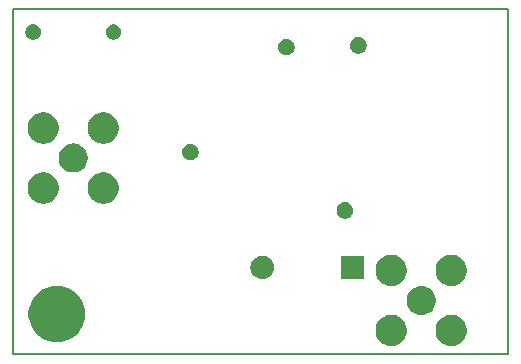
<source format=gbr>
%TF.GenerationSoftware,KiCad,Pcbnew,(5.0.1-3-g963ef8bb5)*%
%TF.CreationDate,2019-01-13T00:49:13+02:00*%
%TF.ProjectId,8307,383330372E6B696361645F7063620000,1.0*%
%TF.SameCoordinates,Original*%
%TF.FileFunction,Soldermask,Bot*%
%TF.FilePolarity,Negative*%
%FSLAX46Y46*%
G04 Gerber Fmt 4.6, Leading zero omitted, Abs format (unit mm)*
G04 Created by KiCad (PCBNEW (5.0.1-3-g963ef8bb5)) date Duminică, 13 Ianuarie 2019, 00:49:13*
%MOMM*%
%LPD*%
G01*
G04 APERTURE LIST*
%ADD10C,0.150000*%
G04 APERTURE END LIST*
D10*
X21590000Y-72390000D02*
X21590000Y-43180000D01*
X63500000Y-72390000D02*
X21590000Y-72390000D01*
X63500000Y-43180000D02*
X63500000Y-72390000D01*
X21590000Y-43180000D02*
X63500000Y-43180000D01*
G36*
X58975159Y-69066946D02*
X59060488Y-69083919D01*
X59301623Y-69183800D01*
X59518641Y-69328807D01*
X59703193Y-69513359D01*
X59848200Y-69730377D01*
X59948081Y-69971513D01*
X59999000Y-70227497D01*
X59999000Y-70488503D01*
X59985785Y-70554939D01*
X59948081Y-70744488D01*
X59858149Y-70961604D01*
X59848200Y-70985623D01*
X59703193Y-71202641D01*
X59518641Y-71387193D01*
X59518638Y-71387195D01*
X59301623Y-71532200D01*
X59060488Y-71632081D01*
X58975159Y-71649054D01*
X58804503Y-71683000D01*
X58543497Y-71683000D01*
X58372841Y-71649054D01*
X58287512Y-71632081D01*
X58046377Y-71532200D01*
X57829362Y-71387195D01*
X57829359Y-71387193D01*
X57644807Y-71202641D01*
X57499800Y-70985623D01*
X57489851Y-70961604D01*
X57399919Y-70744488D01*
X57362215Y-70554939D01*
X57349000Y-70488503D01*
X57349000Y-70227497D01*
X57399919Y-69971513D01*
X57499800Y-69730377D01*
X57644807Y-69513359D01*
X57829359Y-69328807D01*
X58046377Y-69183800D01*
X58287512Y-69083919D01*
X58372841Y-69066946D01*
X58543497Y-69033000D01*
X58804503Y-69033000D01*
X58975159Y-69066946D01*
X58975159Y-69066946D01*
G37*
G36*
X53895159Y-69066946D02*
X53980488Y-69083919D01*
X54221623Y-69183800D01*
X54438641Y-69328807D01*
X54623193Y-69513359D01*
X54768200Y-69730377D01*
X54868081Y-69971513D01*
X54919000Y-70227497D01*
X54919000Y-70488503D01*
X54905785Y-70554939D01*
X54868081Y-70744488D01*
X54778149Y-70961604D01*
X54768200Y-70985623D01*
X54623193Y-71202641D01*
X54438641Y-71387193D01*
X54438638Y-71387195D01*
X54221623Y-71532200D01*
X53980488Y-71632081D01*
X53895159Y-71649054D01*
X53724503Y-71683000D01*
X53463497Y-71683000D01*
X53292841Y-71649054D01*
X53207512Y-71632081D01*
X52966377Y-71532200D01*
X52749362Y-71387195D01*
X52749359Y-71387193D01*
X52564807Y-71202641D01*
X52419800Y-70985623D01*
X52409851Y-70961604D01*
X52319919Y-70744488D01*
X52282215Y-70554939D01*
X52269000Y-70488503D01*
X52269000Y-70227497D01*
X52319919Y-69971513D01*
X52419800Y-69730377D01*
X52564807Y-69513359D01*
X52749359Y-69328807D01*
X52966377Y-69183800D01*
X53207512Y-69083919D01*
X53292841Y-69066946D01*
X53463497Y-69033000D01*
X53724503Y-69033000D01*
X53895159Y-69066946D01*
X53895159Y-69066946D01*
G37*
G36*
X25624904Y-66583979D02*
X25973054Y-66653230D01*
X26409826Y-66834147D01*
X26802911Y-67096798D01*
X27137202Y-67431089D01*
X27399853Y-67824174D01*
X27580770Y-68260946D01*
X27635041Y-68533787D01*
X27673000Y-68724619D01*
X27673000Y-69197381D01*
X27650279Y-69311604D01*
X27580770Y-69661054D01*
X27399853Y-70097826D01*
X27137202Y-70490911D01*
X26802911Y-70825202D01*
X26409826Y-71087853D01*
X25973054Y-71268770D01*
X25624904Y-71338021D01*
X25509381Y-71361000D01*
X25036619Y-71361000D01*
X24921096Y-71338021D01*
X24572946Y-71268770D01*
X24136174Y-71087853D01*
X23743089Y-70825202D01*
X23408798Y-70490911D01*
X23146147Y-70097826D01*
X22965230Y-69661054D01*
X22895721Y-69311604D01*
X22873000Y-69197381D01*
X22873000Y-68724619D01*
X22910959Y-68533787D01*
X22965230Y-68260946D01*
X23146147Y-67824174D01*
X23408798Y-67431089D01*
X23743089Y-67096798D01*
X24136174Y-66834147D01*
X24572946Y-66653230D01*
X24921096Y-66583979D01*
X25036619Y-66561000D01*
X25509381Y-66561000D01*
X25624904Y-66583979D01*
X25624904Y-66583979D01*
G37*
G36*
X56372985Y-66616538D02*
X56491319Y-66640076D01*
X56714255Y-66732419D01*
X56788661Y-66782136D01*
X56914895Y-66866483D01*
X57085517Y-67037105D01*
X57085519Y-67037108D01*
X57219581Y-67237745D01*
X57311924Y-67460681D01*
X57333972Y-67571523D01*
X57346369Y-67633845D01*
X57359000Y-67697348D01*
X57359000Y-67938652D01*
X57311924Y-68175319D01*
X57219581Y-68398255D01*
X57129021Y-68533787D01*
X57085517Y-68598895D01*
X56914895Y-68769517D01*
X56914892Y-68769519D01*
X56714255Y-68903581D01*
X56491319Y-68995924D01*
X56394563Y-69015170D01*
X56254653Y-69043000D01*
X56013347Y-69043000D01*
X55873437Y-69015170D01*
X55776681Y-68995924D01*
X55553745Y-68903581D01*
X55353108Y-68769519D01*
X55353105Y-68769517D01*
X55182483Y-68598895D01*
X55138979Y-68533787D01*
X55048419Y-68398255D01*
X54956076Y-68175319D01*
X54909000Y-67938652D01*
X54909000Y-67697348D01*
X54921632Y-67633845D01*
X54934028Y-67571523D01*
X54956076Y-67460681D01*
X55048419Y-67237745D01*
X55182481Y-67037108D01*
X55182483Y-67037105D01*
X55353105Y-66866483D01*
X55479339Y-66782136D01*
X55553745Y-66732419D01*
X55776681Y-66640076D01*
X55895015Y-66616538D01*
X56013347Y-66593000D01*
X56254653Y-66593000D01*
X56372985Y-66616538D01*
X56372985Y-66616538D01*
G37*
G36*
X53895159Y-63986946D02*
X53980488Y-64003919D01*
X54201949Y-64095651D01*
X54221623Y-64103800D01*
X54438641Y-64248807D01*
X54623193Y-64433359D01*
X54768200Y-64650377D01*
X54868081Y-64891513D01*
X54919000Y-65147497D01*
X54919000Y-65408503D01*
X54918993Y-65408537D01*
X54868081Y-65664488D01*
X54787308Y-65859491D01*
X54768200Y-65905623D01*
X54623193Y-66122641D01*
X54438641Y-66307193D01*
X54438638Y-66307195D01*
X54221623Y-66452200D01*
X53980488Y-66552081D01*
X53935649Y-66561000D01*
X53724503Y-66603000D01*
X53463497Y-66603000D01*
X53252351Y-66561000D01*
X53207512Y-66552081D01*
X52966377Y-66452200D01*
X52749362Y-66307195D01*
X52749359Y-66307193D01*
X52564807Y-66122641D01*
X52419800Y-65905623D01*
X52400692Y-65859491D01*
X52319919Y-65664488D01*
X52269007Y-65408537D01*
X52269000Y-65408503D01*
X52269000Y-65147497D01*
X52319919Y-64891513D01*
X52419800Y-64650377D01*
X52564807Y-64433359D01*
X52749359Y-64248807D01*
X52966377Y-64103800D01*
X52986051Y-64095651D01*
X53207512Y-64003919D01*
X53292841Y-63986946D01*
X53463497Y-63953000D01*
X53724503Y-63953000D01*
X53895159Y-63986946D01*
X53895159Y-63986946D01*
G37*
G36*
X58975159Y-63986946D02*
X59060488Y-64003919D01*
X59281949Y-64095651D01*
X59301623Y-64103800D01*
X59518641Y-64248807D01*
X59703193Y-64433359D01*
X59848200Y-64650377D01*
X59948081Y-64891513D01*
X59999000Y-65147497D01*
X59999000Y-65408503D01*
X59998993Y-65408537D01*
X59948081Y-65664488D01*
X59867308Y-65859491D01*
X59848200Y-65905623D01*
X59703193Y-66122641D01*
X59518641Y-66307193D01*
X59518638Y-66307195D01*
X59301623Y-66452200D01*
X59060488Y-66552081D01*
X59015649Y-66561000D01*
X58804503Y-66603000D01*
X58543497Y-66603000D01*
X58332351Y-66561000D01*
X58287512Y-66552081D01*
X58046377Y-66452200D01*
X57829362Y-66307195D01*
X57829359Y-66307193D01*
X57644807Y-66122641D01*
X57499800Y-65905623D01*
X57480692Y-65859491D01*
X57399919Y-65664488D01*
X57349007Y-65408537D01*
X57349000Y-65408503D01*
X57349000Y-65147497D01*
X57399919Y-64891513D01*
X57499800Y-64650377D01*
X57644807Y-64433359D01*
X57829359Y-64248807D01*
X58046377Y-64103800D01*
X58066051Y-64095651D01*
X58287512Y-64003919D01*
X58372841Y-63986946D01*
X58543497Y-63953000D01*
X58804503Y-63953000D01*
X58975159Y-63986946D01*
X58975159Y-63986946D01*
G37*
G36*
X42868030Y-64038469D02*
X42868033Y-64038470D01*
X42868034Y-64038470D01*
X43056535Y-64095651D01*
X43056537Y-64095652D01*
X43230260Y-64188509D01*
X43382528Y-64313472D01*
X43507491Y-64465740D01*
X43600348Y-64639463D01*
X43657531Y-64827970D01*
X43676838Y-65024000D01*
X43657531Y-65220030D01*
X43657530Y-65220033D01*
X43657530Y-65220034D01*
X43600359Y-65408503D01*
X43600348Y-65408537D01*
X43507491Y-65582260D01*
X43382528Y-65734528D01*
X43230260Y-65859491D01*
X43230258Y-65859492D01*
X43056535Y-65952349D01*
X42868034Y-66009530D01*
X42868033Y-66009530D01*
X42868030Y-66009531D01*
X42721124Y-66024000D01*
X42622876Y-66024000D01*
X42475970Y-66009531D01*
X42475967Y-66009530D01*
X42475966Y-66009530D01*
X42287465Y-65952349D01*
X42113742Y-65859492D01*
X42113740Y-65859491D01*
X41961472Y-65734528D01*
X41836509Y-65582260D01*
X41743652Y-65408537D01*
X41743642Y-65408503D01*
X41686470Y-65220034D01*
X41686470Y-65220033D01*
X41686469Y-65220030D01*
X41667162Y-65024000D01*
X41686469Y-64827970D01*
X41743652Y-64639463D01*
X41836509Y-64465740D01*
X41961472Y-64313472D01*
X42113740Y-64188509D01*
X42287463Y-64095652D01*
X42287465Y-64095651D01*
X42475966Y-64038470D01*
X42475967Y-64038470D01*
X42475970Y-64038469D01*
X42622876Y-64024000D01*
X42721124Y-64024000D01*
X42868030Y-64038469D01*
X42868030Y-64038469D01*
G37*
G36*
X51292000Y-66024000D02*
X49292000Y-66024000D01*
X49292000Y-64024000D01*
X51292000Y-64024000D01*
X51292000Y-66024000D01*
X51292000Y-66024000D01*
G37*
G36*
X49861183Y-59524900D02*
X49988574Y-59577668D01*
X50048936Y-59618000D01*
X50103225Y-59654275D01*
X50200725Y-59751775D01*
X50277332Y-59866426D01*
X50330100Y-59993817D01*
X50357000Y-60129055D01*
X50357000Y-60266945D01*
X50330100Y-60402183D01*
X50277332Y-60529574D01*
X50200725Y-60644225D01*
X50103225Y-60741725D01*
X49988574Y-60818332D01*
X49861183Y-60871100D01*
X49725945Y-60898000D01*
X49588055Y-60898000D01*
X49452817Y-60871100D01*
X49325426Y-60818332D01*
X49210775Y-60741725D01*
X49113275Y-60644225D01*
X49036668Y-60529574D01*
X48983900Y-60402183D01*
X48957000Y-60266945D01*
X48957000Y-60129055D01*
X48983900Y-59993817D01*
X49036668Y-59866426D01*
X49113275Y-59751775D01*
X49210775Y-59654275D01*
X49265065Y-59618000D01*
X49325426Y-59577668D01*
X49452817Y-59524900D01*
X49588055Y-59498000D01*
X49725945Y-59498000D01*
X49861183Y-59524900D01*
X49861183Y-59524900D01*
G37*
G36*
X24431159Y-57001946D02*
X24516488Y-57018919D01*
X24757623Y-57118800D01*
X24974641Y-57263807D01*
X25159193Y-57448359D01*
X25304200Y-57665377D01*
X25404081Y-57906513D01*
X25455000Y-58162497D01*
X25455000Y-58423503D01*
X25404081Y-58679487D01*
X25304200Y-58920623D01*
X25159193Y-59137641D01*
X24974641Y-59322193D01*
X24974638Y-59322195D01*
X24757623Y-59467200D01*
X24516488Y-59567081D01*
X24431159Y-59584054D01*
X24260503Y-59618000D01*
X23999497Y-59618000D01*
X23828841Y-59584054D01*
X23743512Y-59567081D01*
X23502377Y-59467200D01*
X23285362Y-59322195D01*
X23285359Y-59322193D01*
X23100807Y-59137641D01*
X22955800Y-58920623D01*
X22855919Y-58679487D01*
X22805000Y-58423503D01*
X22805000Y-58162497D01*
X22855919Y-57906513D01*
X22955800Y-57665377D01*
X23100807Y-57448359D01*
X23285359Y-57263807D01*
X23502377Y-57118800D01*
X23743512Y-57018919D01*
X23828841Y-57001946D01*
X23999497Y-56968000D01*
X24260503Y-56968000D01*
X24431159Y-57001946D01*
X24431159Y-57001946D01*
G37*
G36*
X29511159Y-57001946D02*
X29596488Y-57018919D01*
X29837623Y-57118800D01*
X30054641Y-57263807D01*
X30239193Y-57448359D01*
X30384200Y-57665377D01*
X30484081Y-57906513D01*
X30535000Y-58162497D01*
X30535000Y-58423503D01*
X30484081Y-58679487D01*
X30384200Y-58920623D01*
X30239193Y-59137641D01*
X30054641Y-59322193D01*
X30054638Y-59322195D01*
X29837623Y-59467200D01*
X29596488Y-59567081D01*
X29511159Y-59584054D01*
X29340503Y-59618000D01*
X29079497Y-59618000D01*
X28908841Y-59584054D01*
X28823512Y-59567081D01*
X28582377Y-59467200D01*
X28365362Y-59322195D01*
X28365359Y-59322193D01*
X28180807Y-59137641D01*
X28035800Y-58920623D01*
X27935919Y-58679487D01*
X27885000Y-58423503D01*
X27885000Y-58162497D01*
X27935919Y-57906513D01*
X28035800Y-57665377D01*
X28180807Y-57448359D01*
X28365359Y-57263807D01*
X28582377Y-57118800D01*
X28823512Y-57018919D01*
X28908841Y-57001946D01*
X29079497Y-56968000D01*
X29340503Y-56968000D01*
X29511159Y-57001946D01*
X29511159Y-57001946D01*
G37*
G36*
X26876117Y-54545000D02*
X27027319Y-54575076D01*
X27250255Y-54667419D01*
X27446842Y-54798775D01*
X27450895Y-54801483D01*
X27621517Y-54972105D01*
X27621519Y-54972108D01*
X27755581Y-55172745D01*
X27847924Y-55395681D01*
X27895000Y-55632348D01*
X27895000Y-55873652D01*
X27847924Y-56110319D01*
X27755581Y-56333255D01*
X27622423Y-56532539D01*
X27621517Y-56533895D01*
X27450895Y-56704517D01*
X27450892Y-56704519D01*
X27250255Y-56838581D01*
X27027319Y-56930924D01*
X26790653Y-56978000D01*
X26549347Y-56978000D01*
X26312681Y-56930924D01*
X26089745Y-56838581D01*
X25889108Y-56704519D01*
X25889105Y-56704517D01*
X25718483Y-56533895D01*
X25717577Y-56532539D01*
X25584419Y-56333255D01*
X25492076Y-56110319D01*
X25445000Y-55873652D01*
X25445000Y-55632348D01*
X25492076Y-55395681D01*
X25584419Y-55172745D01*
X25718481Y-54972108D01*
X25718483Y-54972105D01*
X25889105Y-54801483D01*
X25893158Y-54798775D01*
X26089745Y-54667419D01*
X26312681Y-54575076D01*
X26463883Y-54545000D01*
X26549347Y-54528000D01*
X26790653Y-54528000D01*
X26876117Y-54545000D01*
X26876117Y-54545000D01*
G37*
G36*
X36780183Y-54571900D02*
X36907574Y-54624668D01*
X37022224Y-54701274D01*
X37119726Y-54798776D01*
X37196332Y-54913426D01*
X37249100Y-55040817D01*
X37276000Y-55176055D01*
X37276000Y-55313945D01*
X37249100Y-55449183D01*
X37196332Y-55576574D01*
X37119725Y-55691225D01*
X37022225Y-55788725D01*
X36907574Y-55865332D01*
X36780183Y-55918100D01*
X36644945Y-55945000D01*
X36507055Y-55945000D01*
X36371817Y-55918100D01*
X36244426Y-55865332D01*
X36129775Y-55788725D01*
X36032275Y-55691225D01*
X35955668Y-55576574D01*
X35902900Y-55449183D01*
X35876000Y-55313945D01*
X35876000Y-55176055D01*
X35902900Y-55040817D01*
X35955668Y-54913426D01*
X36032274Y-54798776D01*
X36129776Y-54701274D01*
X36244426Y-54624668D01*
X36371817Y-54571900D01*
X36507055Y-54545000D01*
X36644945Y-54545000D01*
X36780183Y-54571900D01*
X36780183Y-54571900D01*
G37*
G36*
X29511159Y-51921946D02*
X29596488Y-51938919D01*
X29837623Y-52038800D01*
X30054641Y-52183807D01*
X30239193Y-52368359D01*
X30384200Y-52585377D01*
X30484081Y-52826513D01*
X30535000Y-53082497D01*
X30535000Y-53343503D01*
X30484081Y-53599487D01*
X30384200Y-53840623D01*
X30239193Y-54057641D01*
X30054641Y-54242193D01*
X30054638Y-54242195D01*
X29837623Y-54387200D01*
X29596488Y-54487081D01*
X29511159Y-54504054D01*
X29340503Y-54538000D01*
X29079497Y-54538000D01*
X28908841Y-54504054D01*
X28823512Y-54487081D01*
X28582377Y-54387200D01*
X28365362Y-54242195D01*
X28365359Y-54242193D01*
X28180807Y-54057641D01*
X28035800Y-53840623D01*
X27935919Y-53599487D01*
X27885000Y-53343503D01*
X27885000Y-53082497D01*
X27935919Y-52826513D01*
X28035800Y-52585377D01*
X28180807Y-52368359D01*
X28365359Y-52183807D01*
X28582377Y-52038800D01*
X28823512Y-51938919D01*
X28908841Y-51921946D01*
X29079497Y-51888000D01*
X29340503Y-51888000D01*
X29511159Y-51921946D01*
X29511159Y-51921946D01*
G37*
G36*
X24431159Y-51921946D02*
X24516488Y-51938919D01*
X24757623Y-52038800D01*
X24974641Y-52183807D01*
X25159193Y-52368359D01*
X25304200Y-52585377D01*
X25404081Y-52826513D01*
X25455000Y-53082497D01*
X25455000Y-53343503D01*
X25404081Y-53599487D01*
X25304200Y-53840623D01*
X25159193Y-54057641D01*
X24974641Y-54242193D01*
X24974638Y-54242195D01*
X24757623Y-54387200D01*
X24516488Y-54487081D01*
X24431159Y-54504054D01*
X24260503Y-54538000D01*
X23999497Y-54538000D01*
X23828841Y-54504054D01*
X23743512Y-54487081D01*
X23502377Y-54387200D01*
X23285362Y-54242195D01*
X23285359Y-54242193D01*
X23100807Y-54057641D01*
X22955800Y-53840623D01*
X22855919Y-53599487D01*
X22805000Y-53343503D01*
X22805000Y-53082497D01*
X22855919Y-52826513D01*
X22955800Y-52585377D01*
X23100807Y-52368359D01*
X23285359Y-52183807D01*
X23502377Y-52038800D01*
X23743512Y-51938919D01*
X23828841Y-51921946D01*
X23999497Y-51888000D01*
X24260503Y-51888000D01*
X24431159Y-51921946D01*
X24431159Y-51921946D01*
G37*
G36*
X44908183Y-45681900D02*
X45035574Y-45734668D01*
X45106077Y-45781776D01*
X45150225Y-45811275D01*
X45247725Y-45908775D01*
X45324332Y-46023426D01*
X45377100Y-46150817D01*
X45404000Y-46286055D01*
X45404000Y-46423945D01*
X45377100Y-46559183D01*
X45329447Y-46674225D01*
X45324332Y-46686574D01*
X45247726Y-46801224D01*
X45150224Y-46898726D01*
X45146671Y-46901100D01*
X45035574Y-46975332D01*
X44908183Y-47028100D01*
X44772945Y-47055000D01*
X44635055Y-47055000D01*
X44499817Y-47028100D01*
X44372426Y-46975332D01*
X44261329Y-46901100D01*
X44257776Y-46898726D01*
X44160274Y-46801224D01*
X44083668Y-46686574D01*
X44078553Y-46674225D01*
X44030900Y-46559183D01*
X44004000Y-46423945D01*
X44004000Y-46286055D01*
X44030900Y-46150817D01*
X44083668Y-46023426D01*
X44160275Y-45908775D01*
X44257775Y-45811275D01*
X44301924Y-45781776D01*
X44372426Y-45734668D01*
X44499817Y-45681900D01*
X44635055Y-45655000D01*
X44772945Y-45655000D01*
X44908183Y-45681900D01*
X44908183Y-45681900D01*
G37*
G36*
X51004183Y-45554900D02*
X51131574Y-45607668D01*
X51242673Y-45681901D01*
X51246225Y-45684275D01*
X51343725Y-45781775D01*
X51420332Y-45896426D01*
X51473100Y-46023817D01*
X51500000Y-46159055D01*
X51500000Y-46296945D01*
X51473100Y-46432183D01*
X51420494Y-46559182D01*
X51420332Y-46559574D01*
X51343726Y-46674224D01*
X51246224Y-46771726D01*
X51202075Y-46801225D01*
X51131574Y-46848332D01*
X51004183Y-46901100D01*
X50868945Y-46928000D01*
X50731055Y-46928000D01*
X50595817Y-46901100D01*
X50468426Y-46848332D01*
X50397925Y-46801225D01*
X50353776Y-46771726D01*
X50256274Y-46674224D01*
X50179668Y-46559574D01*
X50179506Y-46559182D01*
X50126900Y-46432183D01*
X50100000Y-46296945D01*
X50100000Y-46159055D01*
X50126900Y-46023817D01*
X50179668Y-45896426D01*
X50256275Y-45781775D01*
X50353775Y-45684275D01*
X50357328Y-45681901D01*
X50468426Y-45607668D01*
X50595817Y-45554900D01*
X50731055Y-45528000D01*
X50868945Y-45528000D01*
X51004183Y-45554900D01*
X51004183Y-45554900D01*
G37*
G36*
X23417738Y-44451653D02*
X23459598Y-44459979D01*
X23494245Y-44474330D01*
X23577890Y-44508977D01*
X23684354Y-44580114D01*
X23774886Y-44670646D01*
X23846023Y-44777110D01*
X23895021Y-44895403D01*
X23920000Y-45020979D01*
X23920000Y-45149021D01*
X23895021Y-45274597D01*
X23846023Y-45392890D01*
X23774886Y-45499354D01*
X23684354Y-45589886D01*
X23577890Y-45661023D01*
X23494245Y-45695670D01*
X23459598Y-45710021D01*
X23417738Y-45718347D01*
X23334021Y-45735000D01*
X23205979Y-45735000D01*
X23122262Y-45718347D01*
X23080402Y-45710021D01*
X23045755Y-45695670D01*
X22962110Y-45661023D01*
X22855646Y-45589886D01*
X22765114Y-45499354D01*
X22693977Y-45392890D01*
X22644979Y-45274597D01*
X22620000Y-45149021D01*
X22620000Y-45020979D01*
X22644979Y-44895403D01*
X22693977Y-44777110D01*
X22765114Y-44670646D01*
X22855646Y-44580114D01*
X22962110Y-44508977D01*
X23045755Y-44474330D01*
X23080402Y-44459979D01*
X23122262Y-44451653D01*
X23205979Y-44435000D01*
X23334021Y-44435000D01*
X23417738Y-44451653D01*
X23417738Y-44451653D01*
G37*
G36*
X30217738Y-44451653D02*
X30259598Y-44459979D01*
X30294245Y-44474330D01*
X30377890Y-44508977D01*
X30484354Y-44580114D01*
X30574886Y-44670646D01*
X30646023Y-44777110D01*
X30695021Y-44895403D01*
X30720000Y-45020979D01*
X30720000Y-45149021D01*
X30695021Y-45274597D01*
X30646023Y-45392890D01*
X30574886Y-45499354D01*
X30484354Y-45589886D01*
X30377890Y-45661023D01*
X30294245Y-45695670D01*
X30259598Y-45710021D01*
X30217738Y-45718347D01*
X30134021Y-45735000D01*
X30005979Y-45735000D01*
X29922262Y-45718347D01*
X29880402Y-45710021D01*
X29845755Y-45695670D01*
X29762110Y-45661023D01*
X29655646Y-45589886D01*
X29565114Y-45499354D01*
X29493977Y-45392890D01*
X29444979Y-45274597D01*
X29420000Y-45149021D01*
X29420000Y-45020979D01*
X29444979Y-44895403D01*
X29493977Y-44777110D01*
X29565114Y-44670646D01*
X29655646Y-44580114D01*
X29762110Y-44508977D01*
X29845755Y-44474330D01*
X29880402Y-44459979D01*
X29922262Y-44451653D01*
X30005979Y-44435000D01*
X30134021Y-44435000D01*
X30217738Y-44451653D01*
X30217738Y-44451653D01*
G37*
M02*

</source>
